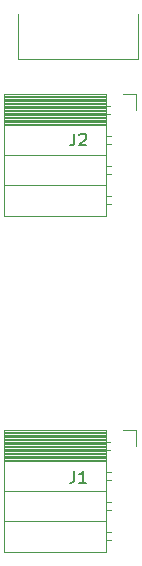
<source format=gbr>
%TF.GenerationSoftware,KiCad,Pcbnew,(6.0.5)*%
%TF.CreationDate,2022-07-14T09:31:07-04:00*%
%TF.ProjectId,2-STEPPER-BREAKOUT,322d5354-4550-4504-9552-2d425245414b,rev?*%
%TF.SameCoordinates,Original*%
%TF.FileFunction,Legend,Top*%
%TF.FilePolarity,Positive*%
%FSLAX46Y46*%
G04 Gerber Fmt 4.6, Leading zero omitted, Abs format (unit mm)*
G04 Created by KiCad (PCBNEW (6.0.5)) date 2022-07-14 09:31:07*
%MOMM*%
%LPD*%
G01*
G04 APERTURE LIST*
%ADD10C,0.150000*%
%ADD11C,0.120000*%
G04 APERTURE END LIST*
D10*
%TO.C,J2*%
X183816666Y-51522380D02*
X183816666Y-52236666D01*
X183769047Y-52379523D01*
X183673809Y-52474761D01*
X183530952Y-52522380D01*
X183435714Y-52522380D01*
X184245238Y-51617619D02*
X184292857Y-51570000D01*
X184388095Y-51522380D01*
X184626190Y-51522380D01*
X184721428Y-51570000D01*
X184769047Y-51617619D01*
X184816666Y-51712857D01*
X184816666Y-51808095D01*
X184769047Y-51950952D01*
X184197619Y-52522380D01*
X184816666Y-52522380D01*
%TO.C,J1*%
X183816666Y-80097380D02*
X183816666Y-80811666D01*
X183769047Y-80954523D01*
X183673809Y-81049761D01*
X183530952Y-81097380D01*
X183435714Y-81097380D01*
X184816666Y-81097380D02*
X184245238Y-81097380D01*
X184530952Y-81097380D02*
X184530952Y-80097380D01*
X184435714Y-80240238D01*
X184340476Y-80335476D01*
X184245238Y-80383095D01*
D11*
%TO.C,J2*%
X186500000Y-49170000D02*
X186850000Y-49170000D01*
X187960000Y-48200000D02*
X189070000Y-48200000D01*
X177870000Y-50091425D02*
X186500000Y-50091425D01*
X177870000Y-58480000D02*
X186500000Y-58480000D01*
X189070000Y-48200000D02*
X189070000Y-49530000D01*
X177870000Y-49973330D02*
X186500000Y-49973330D01*
X177870000Y-49500950D02*
X186500000Y-49500950D01*
X177870000Y-48674285D02*
X186500000Y-48674285D01*
X177870000Y-49855235D02*
X186500000Y-49855235D01*
X186500000Y-49890000D02*
X186850000Y-49890000D01*
X177870000Y-48910475D02*
X186500000Y-48910475D01*
X186500000Y-54250000D02*
X186910000Y-54250000D01*
X186500000Y-48200000D02*
X186500000Y-58480000D01*
X177870000Y-49264760D02*
X186500000Y-49264760D01*
X177870000Y-48200000D02*
X177870000Y-58480000D01*
X186500000Y-51710000D02*
X186910000Y-51710000D01*
X177870000Y-55880000D02*
X186500000Y-55880000D01*
X186500000Y-52430000D02*
X186910000Y-52430000D01*
X177870000Y-50800000D02*
X186500000Y-50800000D01*
X177870000Y-49028570D02*
X186500000Y-49028570D01*
X177870000Y-53340000D02*
X186500000Y-53340000D01*
X177870000Y-50209520D02*
X186500000Y-50209520D01*
X177870000Y-48792380D02*
X186500000Y-48792380D01*
X177870000Y-48556190D02*
X186500000Y-48556190D01*
X177870000Y-49737140D02*
X186500000Y-49737140D01*
X177870000Y-50563805D02*
X186500000Y-50563805D01*
X177870000Y-49619045D02*
X186500000Y-49619045D01*
X177870000Y-48438095D02*
X186500000Y-48438095D01*
X177870000Y-48200000D02*
X186500000Y-48200000D01*
X177870000Y-50445710D02*
X186500000Y-50445710D01*
X177870000Y-50327615D02*
X186500000Y-50327615D01*
X177870000Y-49146665D02*
X186500000Y-49146665D01*
X177870000Y-49382855D02*
X186500000Y-49382855D01*
X186500000Y-57510000D02*
X186910000Y-57510000D01*
X186500000Y-54970000D02*
X186910000Y-54970000D01*
X177870000Y-48320000D02*
X186500000Y-48320000D01*
X186500000Y-56790000D02*
X186910000Y-56790000D01*
X177870000Y-50681900D02*
X186500000Y-50681900D01*
%TO.C,J1*%
X186500000Y-85958000D02*
X186910000Y-85958000D01*
X177870000Y-78067045D02*
X186500000Y-78067045D01*
X186500000Y-78338000D02*
X186850000Y-78338000D01*
X177870000Y-77358475D02*
X186500000Y-77358475D01*
X177870000Y-78303235D02*
X186500000Y-78303235D01*
X177870000Y-78893710D02*
X186500000Y-78893710D01*
X177870000Y-81788000D02*
X186500000Y-81788000D01*
X177870000Y-76648000D02*
X177870000Y-86928000D01*
X186500000Y-80878000D02*
X186910000Y-80878000D01*
X177870000Y-77004190D02*
X186500000Y-77004190D01*
X177870000Y-78185140D02*
X186500000Y-78185140D01*
X177870000Y-77830855D02*
X186500000Y-77830855D01*
X177870000Y-79011805D02*
X186500000Y-79011805D01*
X186500000Y-80158000D02*
X186910000Y-80158000D01*
X177870000Y-77240380D02*
X186500000Y-77240380D01*
X177870000Y-77476570D02*
X186500000Y-77476570D01*
X186500000Y-77618000D02*
X186850000Y-77618000D01*
X177870000Y-86928000D02*
X186500000Y-86928000D01*
X186500000Y-85238000D02*
X186910000Y-85238000D01*
X177870000Y-78657520D02*
X186500000Y-78657520D01*
X186500000Y-76648000D02*
X186500000Y-86928000D01*
X187960000Y-76648000D02*
X189070000Y-76648000D01*
X177870000Y-77712760D02*
X186500000Y-77712760D01*
X177870000Y-76648000D02*
X186500000Y-76648000D01*
X177870000Y-77122285D02*
X186500000Y-77122285D01*
X177870000Y-76768000D02*
X186500000Y-76768000D01*
X177870000Y-76886095D02*
X186500000Y-76886095D01*
X177870000Y-84328000D02*
X186500000Y-84328000D01*
X186500000Y-83418000D02*
X186910000Y-83418000D01*
X177870000Y-77948950D02*
X186500000Y-77948950D01*
X177870000Y-79248000D02*
X186500000Y-79248000D01*
X177870000Y-78539425D02*
X186500000Y-78539425D01*
X177870000Y-78421330D02*
X186500000Y-78421330D01*
X186500000Y-82698000D02*
X186910000Y-82698000D01*
X177870000Y-79129900D02*
X186500000Y-79129900D01*
X189070000Y-76648000D02*
X189070000Y-77978000D01*
X177870000Y-77594665D02*
X186500000Y-77594665D01*
X177870000Y-78775615D02*
X186500000Y-78775615D01*
%TO.C,J3*%
X189230000Y-41370000D02*
X189230000Y-45180000D01*
X189230000Y-45180000D02*
X179070000Y-45180000D01*
X179070000Y-45180000D02*
X179070000Y-41370000D01*
%TD*%
M02*

</source>
